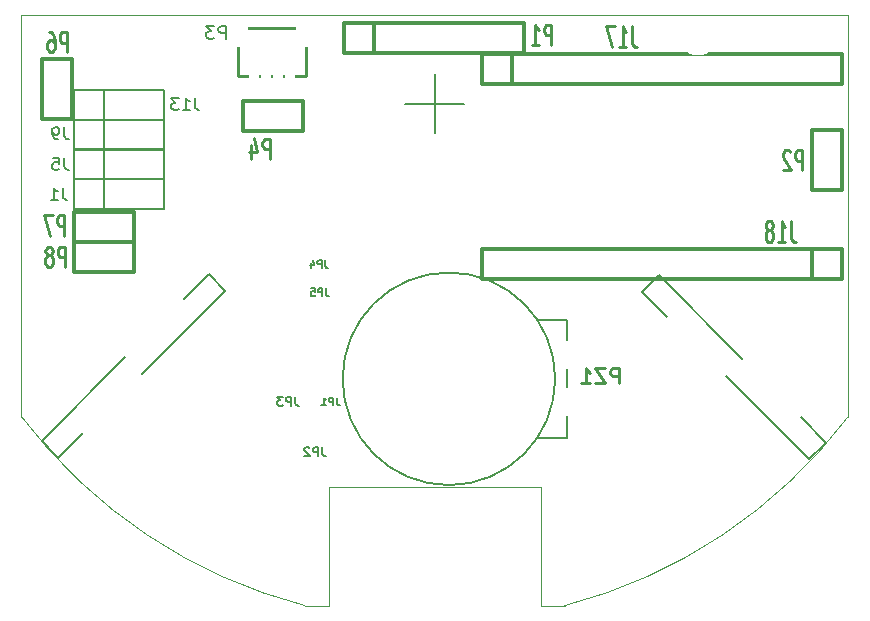
<source format=gbr>
G04 (created by PCBNEW (2013-07-07 BZR 4022)-stable) date 7/26/2015 4:19:23 PM*
%MOIN*%
G04 Gerber Fmt 3.4, Leading zero omitted, Abs format*
%FSLAX34Y34*%
G01*
G70*
G90*
G04 APERTURE LIST*
%ADD10C,0.00590551*%
%ADD11C,0.00393701*%
%ADD12C,0.00787402*%
%ADD13C,0.012*%
%ADD14C,0.006*%
%ADD15C,0.01*%
%ADD16C,0.0107*%
%ADD17C,0.005*%
%ADD18C,0.0099*%
%ADD19C,0.0050748*%
%ADD20R,0.0669685X0.0669685*%
%ADD21C,0.0669685*%
%ADD22R,0.0319685X0.0419685*%
%ADD23R,0.0719685X0.0719685*%
%ADD24C,0.0719685*%
%ADD25C,0.0906685*%
%ADD26R,0.0355685X0.0729685*%
%ADD27R,0.0591685X0.0827685*%
%ADD28C,0.153701*%
%ADD29C,0.130079*%
%ADD30C,0.0769291*%
%ADD31C,0.0907087*%
G04 APERTURE END LIST*
G54D10*
G54D11*
X102367Y-58653D02*
G75*
G02X92910Y-64961I-13785J10425D01*
G74*
G01*
X92913Y-64960D02*
X92125Y-64960D01*
X84251Y-64960D02*
X85039Y-64960D01*
X85039Y-61023D02*
X92125Y-61023D01*
X74797Y-58653D02*
G75*
G03X84255Y-64961I13785J10425D01*
G74*
G01*
X92125Y-61023D02*
X92125Y-64960D01*
X85039Y-61023D02*
X85039Y-64960D01*
G54D12*
X87598Y-48228D02*
X89566Y-48228D01*
X88582Y-47244D02*
X88582Y-49212D01*
G54D11*
X74803Y-58661D02*
X74803Y-45275D01*
X102362Y-45275D02*
X102362Y-58661D01*
X74803Y-45275D02*
X102362Y-45275D01*
G54D13*
X85553Y-45525D02*
X85553Y-46525D01*
X85553Y-46525D02*
X91553Y-46525D01*
X91553Y-46525D02*
X91553Y-45525D01*
X91553Y-45525D02*
X85553Y-45525D01*
X86553Y-45525D02*
X86553Y-46525D01*
X102150Y-49100D02*
X101150Y-49100D01*
X101150Y-49100D02*
X101150Y-51100D01*
X101150Y-51100D02*
X102150Y-51100D01*
X102150Y-51100D02*
X102150Y-49100D01*
X82200Y-48150D02*
X82200Y-49150D01*
X82200Y-49150D02*
X84200Y-49150D01*
X84200Y-49150D02*
X84200Y-48150D01*
X84200Y-48150D02*
X82200Y-48150D01*
X76500Y-46750D02*
X75500Y-46750D01*
X75500Y-46750D02*
X75500Y-48750D01*
X75500Y-48750D02*
X76500Y-48750D01*
X76500Y-48750D02*
X76500Y-46750D01*
X90150Y-46571D02*
X90150Y-46571D01*
X90150Y-46571D02*
X90150Y-47571D01*
X90150Y-47571D02*
X100150Y-47571D01*
X100150Y-46571D02*
X90150Y-46571D01*
X91150Y-46571D02*
X91150Y-47571D01*
X100150Y-47571D02*
X101900Y-47571D01*
X101900Y-47571D02*
X102150Y-47571D01*
X102150Y-47571D02*
X102150Y-46571D01*
X102150Y-46571D02*
X100150Y-46571D01*
X102150Y-54071D02*
X102150Y-54071D01*
X102150Y-54071D02*
X102150Y-53071D01*
X102150Y-53071D02*
X92150Y-53071D01*
X92150Y-54071D02*
X102150Y-54071D01*
X101150Y-54071D02*
X101150Y-53071D01*
X92150Y-53071D02*
X90400Y-53071D01*
X90400Y-53071D02*
X90150Y-53071D01*
X90150Y-53071D02*
X90150Y-54071D01*
X90150Y-54071D02*
X92150Y-54071D01*
G54D14*
X76550Y-49750D02*
X76550Y-50750D01*
X76550Y-50750D02*
X79550Y-50750D01*
X79550Y-50750D02*
X79550Y-49750D01*
X79550Y-49750D02*
X76550Y-49750D01*
X77550Y-50750D02*
X77550Y-49750D01*
X76550Y-50750D02*
X76550Y-51750D01*
X76550Y-51750D02*
X79550Y-51750D01*
X79550Y-51750D02*
X79550Y-50750D01*
X79550Y-50750D02*
X76550Y-50750D01*
X77550Y-51750D02*
X77550Y-50750D01*
X76553Y-48775D02*
X76553Y-49775D01*
X76553Y-49775D02*
X79553Y-49775D01*
X79553Y-49775D02*
X79553Y-48775D01*
X79553Y-48775D02*
X76553Y-48775D01*
X77553Y-49775D02*
X77553Y-48775D01*
X76553Y-47775D02*
X76553Y-48775D01*
X76553Y-48775D02*
X79553Y-48775D01*
X79553Y-48775D02*
X79553Y-47775D01*
X79553Y-47775D02*
X76553Y-47775D01*
X77553Y-48775D02*
X77553Y-47775D01*
G54D10*
X92987Y-55431D02*
X92002Y-55431D01*
X92987Y-59368D02*
X92002Y-59368D01*
X92987Y-59368D02*
X92987Y-55431D01*
X92593Y-57400D02*
G75*
G03X92593Y-57400I-3543J0D01*
G74*
G01*
G54D15*
X82019Y-45721D02*
X82019Y-47293D01*
X82019Y-47293D02*
X84281Y-47293D01*
X84281Y-47293D02*
X84281Y-45721D01*
X84281Y-45721D02*
X82019Y-45721D01*
X82019Y-46496D02*
X82019Y-47293D01*
X82019Y-47293D02*
X82166Y-47293D01*
X84281Y-46496D02*
X84281Y-47293D01*
X84281Y-47293D02*
X84134Y-47293D01*
X82560Y-45721D02*
X83740Y-45721D01*
G54D13*
X78550Y-52850D02*
X78550Y-51850D01*
X78550Y-51850D02*
X76550Y-51850D01*
X76550Y-51850D02*
X76550Y-52850D01*
X76550Y-52850D02*
X78550Y-52850D01*
X78550Y-53850D02*
X78550Y-52850D01*
X78550Y-52850D02*
X76550Y-52850D01*
X76550Y-52850D02*
X76550Y-53850D01*
X76550Y-53850D02*
X78550Y-53850D01*
G54D10*
X78812Y-57244D02*
X81596Y-54460D01*
X81596Y-54460D02*
X81039Y-53903D01*
X81039Y-53903D02*
X80204Y-54739D01*
X78255Y-56687D02*
X75471Y-59471D01*
X75471Y-59471D02*
X76028Y-60028D01*
X76028Y-60028D02*
X76863Y-59193D01*
X98833Y-56740D02*
X96049Y-53956D01*
X96049Y-53956D02*
X95492Y-54513D01*
X95492Y-54513D02*
X96327Y-55348D01*
X98276Y-57297D02*
X101060Y-60081D01*
X101060Y-60081D02*
X101616Y-59524D01*
X101616Y-59524D02*
X100781Y-58689D01*
G54D16*
X92465Y-46275D02*
X92465Y-45594D01*
X92302Y-45594D01*
X92262Y-45627D01*
X92241Y-45659D01*
X92221Y-45724D01*
X92221Y-45821D01*
X92241Y-45886D01*
X92262Y-45918D01*
X92302Y-45951D01*
X92465Y-45951D01*
X91813Y-46275D02*
X92058Y-46275D01*
X91936Y-46275D02*
X91936Y-45594D01*
X91976Y-45691D01*
X92017Y-45756D01*
X92058Y-45789D01*
G54D13*
G54D16*
X100835Y-50455D02*
X100835Y-49774D01*
X100672Y-49774D01*
X100632Y-49807D01*
X100611Y-49839D01*
X100591Y-49904D01*
X100591Y-50001D01*
X100611Y-50066D01*
X100632Y-50098D01*
X100672Y-50131D01*
X100835Y-50131D01*
X100428Y-49839D02*
X100407Y-49807D01*
X100367Y-49774D01*
X100265Y-49774D01*
X100224Y-49807D01*
X100204Y-49839D01*
X100183Y-49904D01*
X100183Y-49969D01*
X100204Y-50066D01*
X100448Y-50455D01*
X100183Y-50455D01*
G54D13*
G54D16*
X83075Y-50075D02*
X83075Y-49394D01*
X82912Y-49394D01*
X82872Y-49427D01*
X82851Y-49459D01*
X82831Y-49524D01*
X82831Y-49621D01*
X82851Y-49686D01*
X82872Y-49718D01*
X82912Y-49751D01*
X83075Y-49751D01*
X82464Y-49621D02*
X82464Y-50075D01*
X82566Y-49362D02*
X82668Y-49848D01*
X82403Y-49848D01*
G54D13*
G54D16*
X76315Y-46515D02*
X76315Y-45834D01*
X76152Y-45834D01*
X76112Y-45867D01*
X76091Y-45899D01*
X76071Y-45964D01*
X76071Y-46061D01*
X76091Y-46126D01*
X76112Y-46158D01*
X76152Y-46191D01*
X76315Y-46191D01*
X75704Y-45834D02*
X75786Y-45834D01*
X75826Y-45867D01*
X75847Y-45899D01*
X75887Y-45996D01*
X75908Y-46126D01*
X75908Y-46385D01*
X75887Y-46450D01*
X75867Y-46483D01*
X75826Y-46515D01*
X75745Y-46515D01*
X75704Y-46483D01*
X75684Y-46450D01*
X75663Y-46385D01*
X75663Y-46223D01*
X75684Y-46158D01*
X75704Y-46126D01*
X75745Y-46094D01*
X75826Y-46094D01*
X75867Y-46126D01*
X75887Y-46158D01*
X75908Y-46223D01*
G54D13*
G54D16*
X95146Y-45644D02*
X95146Y-46131D01*
X95166Y-46228D01*
X95207Y-46293D01*
X95268Y-46325D01*
X95309Y-46325D01*
X94718Y-46325D02*
X94963Y-46325D01*
X94840Y-46325D02*
X94840Y-45644D01*
X94881Y-45741D01*
X94922Y-45806D01*
X94963Y-45839D01*
X94575Y-45644D02*
X94290Y-45644D01*
X94473Y-46325D01*
G54D13*
G54D16*
X100446Y-52144D02*
X100446Y-52631D01*
X100466Y-52728D01*
X100507Y-52793D01*
X100568Y-52825D01*
X100609Y-52825D01*
X100018Y-52825D02*
X100263Y-52825D01*
X100140Y-52825D02*
X100140Y-52144D01*
X100181Y-52241D01*
X100222Y-52306D01*
X100263Y-52339D01*
X99773Y-52436D02*
X99814Y-52404D01*
X99835Y-52371D01*
X99855Y-52306D01*
X99855Y-52274D01*
X99835Y-52209D01*
X99814Y-52177D01*
X99773Y-52144D01*
X99692Y-52144D01*
X99651Y-52177D01*
X99631Y-52209D01*
X99610Y-52274D01*
X99610Y-52306D01*
X99631Y-52371D01*
X99651Y-52404D01*
X99692Y-52436D01*
X99773Y-52436D01*
X99814Y-52468D01*
X99835Y-52501D01*
X99855Y-52566D01*
X99855Y-52695D01*
X99835Y-52760D01*
X99814Y-52793D01*
X99773Y-52825D01*
X99692Y-52825D01*
X99651Y-52793D01*
X99631Y-52760D01*
X99610Y-52695D01*
X99610Y-52566D01*
X99631Y-52501D01*
X99651Y-52468D01*
X99692Y-52436D01*
G54D13*
G54D17*
X85313Y-58027D02*
X85313Y-58210D01*
X85325Y-58247D01*
X85349Y-58271D01*
X85386Y-58283D01*
X85410Y-58283D01*
X85191Y-58283D02*
X85191Y-58027D01*
X85093Y-58027D01*
X85069Y-58039D01*
X85057Y-58052D01*
X85045Y-58076D01*
X85045Y-58112D01*
X85057Y-58137D01*
X85069Y-58149D01*
X85093Y-58161D01*
X85191Y-58161D01*
X84801Y-58283D02*
X84947Y-58283D01*
X84874Y-58283D02*
X84874Y-58027D01*
X84898Y-58064D01*
X84923Y-58088D01*
X84947Y-58100D01*
X83929Y-58001D02*
X83929Y-58215D01*
X83944Y-58258D01*
X83972Y-58287D01*
X84015Y-58301D01*
X84044Y-58301D01*
X83787Y-58301D02*
X83787Y-58001D01*
X83672Y-58001D01*
X83644Y-58015D01*
X83630Y-58030D01*
X83615Y-58058D01*
X83615Y-58101D01*
X83630Y-58130D01*
X83644Y-58144D01*
X83672Y-58158D01*
X83787Y-58158D01*
X83515Y-58001D02*
X83330Y-58001D01*
X83430Y-58115D01*
X83387Y-58115D01*
X83358Y-58130D01*
X83344Y-58144D01*
X83330Y-58172D01*
X83330Y-58244D01*
X83344Y-58272D01*
X83358Y-58287D01*
X83387Y-58301D01*
X83472Y-58301D01*
X83501Y-58287D01*
X83515Y-58272D01*
X84829Y-59681D02*
X84829Y-59895D01*
X84844Y-59938D01*
X84872Y-59967D01*
X84915Y-59981D01*
X84944Y-59981D01*
X84687Y-59981D02*
X84687Y-59681D01*
X84572Y-59681D01*
X84544Y-59695D01*
X84530Y-59710D01*
X84515Y-59738D01*
X84515Y-59781D01*
X84530Y-59810D01*
X84544Y-59824D01*
X84572Y-59838D01*
X84687Y-59838D01*
X84401Y-59710D02*
X84387Y-59695D01*
X84358Y-59681D01*
X84287Y-59681D01*
X84258Y-59695D01*
X84244Y-59710D01*
X84230Y-59738D01*
X84230Y-59767D01*
X84244Y-59810D01*
X84415Y-59981D01*
X84230Y-59981D01*
G54D14*
X76230Y-50036D02*
X76230Y-50322D01*
X76249Y-50379D01*
X76287Y-50417D01*
X76344Y-50436D01*
X76382Y-50436D01*
X75849Y-50036D02*
X76039Y-50036D01*
X76058Y-50226D01*
X76039Y-50207D01*
X76001Y-50188D01*
X75906Y-50188D01*
X75868Y-50207D01*
X75849Y-50226D01*
X75830Y-50264D01*
X75830Y-50360D01*
X75849Y-50398D01*
X75868Y-50417D01*
X75906Y-50436D01*
X76001Y-50436D01*
X76039Y-50417D01*
X76058Y-50398D01*
X76180Y-51036D02*
X76180Y-51322D01*
X76199Y-51379D01*
X76237Y-51417D01*
X76294Y-51436D01*
X76332Y-51436D01*
X75780Y-51436D02*
X76008Y-51436D01*
X75894Y-51436D02*
X75894Y-51036D01*
X75932Y-51093D01*
X75970Y-51131D01*
X76008Y-51150D01*
X76233Y-49011D02*
X76233Y-49297D01*
X76252Y-49354D01*
X76290Y-49392D01*
X76347Y-49411D01*
X76385Y-49411D01*
X76023Y-49411D02*
X75947Y-49411D01*
X75909Y-49392D01*
X75890Y-49373D01*
X75852Y-49316D01*
X75833Y-49240D01*
X75833Y-49088D01*
X75852Y-49050D01*
X75871Y-49030D01*
X75909Y-49011D01*
X75985Y-49011D01*
X76023Y-49030D01*
X76042Y-49050D01*
X76061Y-49088D01*
X76061Y-49183D01*
X76042Y-49221D01*
X76023Y-49240D01*
X75985Y-49259D01*
X75909Y-49259D01*
X75871Y-49240D01*
X75852Y-49221D01*
X75833Y-49183D01*
X80583Y-48041D02*
X80583Y-48327D01*
X80602Y-48384D01*
X80640Y-48422D01*
X80698Y-48441D01*
X80736Y-48441D01*
X80183Y-48441D02*
X80412Y-48441D01*
X80298Y-48441D02*
X80298Y-48041D01*
X80336Y-48099D01*
X80374Y-48137D01*
X80412Y-48156D01*
X80050Y-48041D02*
X79802Y-48041D01*
X79936Y-48194D01*
X79879Y-48194D01*
X79840Y-48213D01*
X79821Y-48232D01*
X79802Y-48270D01*
X79802Y-48365D01*
X79821Y-48403D01*
X79840Y-48422D01*
X79879Y-48441D01*
X79993Y-48441D01*
X80031Y-48422D01*
X80050Y-48403D01*
G54D18*
X94707Y-57552D02*
X94707Y-57052D01*
X94516Y-57052D01*
X94469Y-57076D01*
X94445Y-57100D01*
X94421Y-57147D01*
X94421Y-57219D01*
X94445Y-57266D01*
X94469Y-57290D01*
X94516Y-57314D01*
X94707Y-57314D01*
X94254Y-57052D02*
X93921Y-57052D01*
X94254Y-57552D01*
X93921Y-57552D01*
X93469Y-57552D02*
X93754Y-57552D01*
X93611Y-57552D02*
X93611Y-57052D01*
X93659Y-57123D01*
X93707Y-57171D01*
X93754Y-57195D01*
G54D19*
X81610Y-46070D02*
X81610Y-45649D01*
X81450Y-45649D01*
X81410Y-45669D01*
X81390Y-45689D01*
X81370Y-45729D01*
X81370Y-45789D01*
X81390Y-45829D01*
X81410Y-45849D01*
X81450Y-45869D01*
X81610Y-45869D01*
X81229Y-45649D02*
X80969Y-45649D01*
X81109Y-45809D01*
X81049Y-45809D01*
X81009Y-45829D01*
X80989Y-45849D01*
X80969Y-45889D01*
X80969Y-45990D01*
X80989Y-46030D01*
X81009Y-46050D01*
X81049Y-46070D01*
X81169Y-46070D01*
X81209Y-46050D01*
X81229Y-46030D01*
G54D17*
X84933Y-53447D02*
X84933Y-53630D01*
X84945Y-53667D01*
X84969Y-53691D01*
X85006Y-53703D01*
X85030Y-53703D01*
X84811Y-53703D02*
X84811Y-53447D01*
X84713Y-53447D01*
X84689Y-53459D01*
X84677Y-53472D01*
X84665Y-53496D01*
X84665Y-53532D01*
X84677Y-53557D01*
X84689Y-53569D01*
X84713Y-53581D01*
X84811Y-53581D01*
X84445Y-53532D02*
X84445Y-53703D01*
X84506Y-53435D02*
X84567Y-53618D01*
X84409Y-53618D01*
X84953Y-54387D02*
X84953Y-54570D01*
X84965Y-54607D01*
X84989Y-54631D01*
X85026Y-54643D01*
X85050Y-54643D01*
X84831Y-54643D02*
X84831Y-54387D01*
X84733Y-54387D01*
X84709Y-54399D01*
X84697Y-54412D01*
X84685Y-54436D01*
X84685Y-54472D01*
X84697Y-54497D01*
X84709Y-54509D01*
X84733Y-54521D01*
X84831Y-54521D01*
X84453Y-54387D02*
X84575Y-54387D01*
X84587Y-54509D01*
X84575Y-54497D01*
X84551Y-54485D01*
X84490Y-54485D01*
X84465Y-54497D01*
X84453Y-54509D01*
X84441Y-54533D01*
X84441Y-54594D01*
X84453Y-54619D01*
X84465Y-54631D01*
X84490Y-54643D01*
X84551Y-54643D01*
X84575Y-54631D01*
X84587Y-54619D01*
G54D16*
X76235Y-52635D02*
X76235Y-51954D01*
X76072Y-51954D01*
X76032Y-51987D01*
X76011Y-52019D01*
X75991Y-52084D01*
X75991Y-52181D01*
X76011Y-52246D01*
X76032Y-52278D01*
X76072Y-52311D01*
X76235Y-52311D01*
X75848Y-51954D02*
X75563Y-51954D01*
X75746Y-52635D01*
G54D13*
G54D16*
X76255Y-53675D02*
X76255Y-52994D01*
X76092Y-52994D01*
X76052Y-53027D01*
X76031Y-53059D01*
X76011Y-53124D01*
X76011Y-53221D01*
X76031Y-53286D01*
X76052Y-53318D01*
X76092Y-53351D01*
X76255Y-53351D01*
X75766Y-53286D02*
X75807Y-53254D01*
X75827Y-53221D01*
X75848Y-53156D01*
X75848Y-53124D01*
X75827Y-53059D01*
X75807Y-53027D01*
X75766Y-52994D01*
X75685Y-52994D01*
X75644Y-53027D01*
X75624Y-53059D01*
X75603Y-53124D01*
X75603Y-53156D01*
X75624Y-53221D01*
X75644Y-53254D01*
X75685Y-53286D01*
X75766Y-53286D01*
X75807Y-53318D01*
X75827Y-53351D01*
X75848Y-53416D01*
X75848Y-53545D01*
X75827Y-53610D01*
X75807Y-53643D01*
X75766Y-53675D01*
X75685Y-53675D01*
X75644Y-53643D01*
X75624Y-53610D01*
X75603Y-53545D01*
X75603Y-53416D01*
X75624Y-53351D01*
X75644Y-53318D01*
X75685Y-53286D01*
G54D13*
%LPC*%
G54D20*
X86053Y-46025D03*
G54D21*
X87053Y-46025D03*
X88053Y-46025D03*
X89053Y-46025D03*
X90053Y-46025D03*
X91053Y-46025D03*
G54D20*
X101650Y-49600D03*
G54D21*
X101650Y-50600D03*
G54D20*
X82700Y-48650D03*
G54D21*
X83700Y-48650D03*
G54D20*
X76000Y-47250D03*
G54D21*
X76000Y-48250D03*
G54D20*
X90650Y-47071D03*
G54D21*
X91650Y-47071D03*
X92650Y-47071D03*
X93650Y-47071D03*
X94650Y-47071D03*
X95650Y-47071D03*
X96650Y-47071D03*
X97650Y-47071D03*
X98650Y-47071D03*
X99650Y-47071D03*
X100650Y-47071D03*
X101650Y-47071D03*
G54D20*
X101650Y-53571D03*
G54D21*
X100650Y-53571D03*
X99650Y-53571D03*
X98650Y-53571D03*
X97650Y-53571D03*
X96650Y-53571D03*
X95650Y-53571D03*
X94650Y-53571D03*
X93650Y-53571D03*
X92650Y-53571D03*
X91650Y-53571D03*
X90650Y-53571D03*
G54D22*
X85150Y-58650D03*
X84870Y-58650D03*
X85430Y-58650D03*
X83700Y-58650D03*
X83980Y-58650D03*
X83420Y-58650D03*
X84550Y-59250D03*
X84830Y-59250D03*
X84270Y-59250D03*
G54D23*
X77050Y-50250D03*
G54D24*
X78050Y-50250D03*
X79050Y-50250D03*
G54D23*
X77050Y-51250D03*
G54D24*
X78050Y-51250D03*
X79050Y-51250D03*
G54D23*
X77053Y-49275D03*
G54D24*
X78053Y-49275D03*
X79053Y-49275D03*
G54D23*
X77053Y-48275D03*
G54D24*
X78053Y-48275D03*
X79053Y-48275D03*
G54D25*
X92987Y-58187D03*
X92987Y-56612D03*
G54D26*
X82560Y-47471D03*
X82954Y-47471D03*
X83346Y-47471D03*
X83740Y-47471D03*
G54D27*
X82048Y-45946D03*
X84252Y-45946D03*
G54D22*
X85600Y-53600D03*
X85880Y-53600D03*
X85320Y-53600D03*
X85600Y-54550D03*
X85880Y-54550D03*
X85320Y-54550D03*
G54D20*
X78050Y-52350D03*
G54D21*
X77050Y-52350D03*
G54D20*
X78050Y-53350D03*
G54D21*
X77050Y-53350D03*
G54D28*
X76000Y-56275D03*
X101150Y-56275D03*
G54D29*
X97350Y-45975D03*
X79800Y-45975D03*
G54D30*
X78668Y-56249D03*
X79698Y-55219D03*
X78384Y-57696D03*
X77313Y-58768D03*
X97837Y-56884D03*
X96807Y-55854D03*
X99285Y-57168D03*
X100357Y-58239D03*
G54D31*
X85050Y-47350D03*
X85050Y-48350D03*
X85050Y-49350D03*
X85050Y-50350D03*
X85050Y-51350D03*
M02*

</source>
